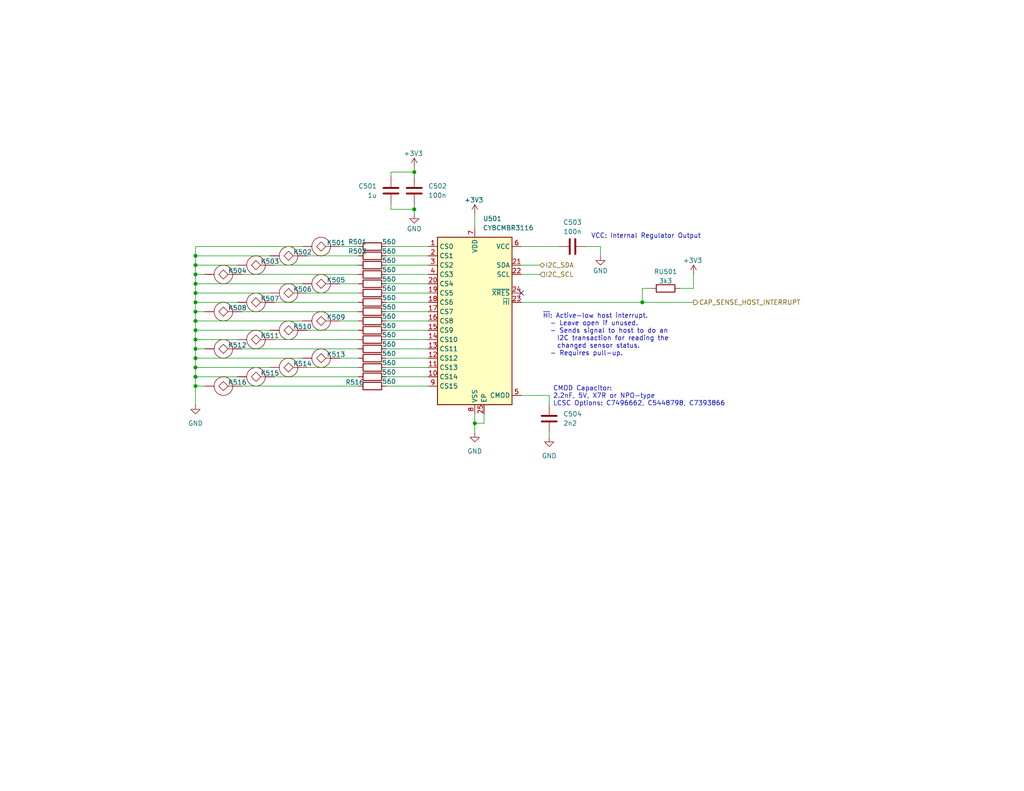
<source format=kicad_sch>
(kicad_sch (version 20231120) (generator "eeschema") (generator_version "8.0")
  (paper "USLetter")
  (lib_symbols
    (symbol "Device:C" (pin_numbers hide) (pin_names (offset 0.254))
      (property "Reference" "C" (at 0.635 2.54 0))
      (property "Value" "C" (at 0.635 -2.54 0))
      (symbol "C_0_1"
        (polyline (pts (xy -2.032 -0.762) (xy 2.032 -0.762)) (stroke (width 0.508)))
        (polyline (pts (xy -2.032 0.762) (xy 2.032 0.762)) (stroke (width 0.508)))
      )
      (symbol "C_1_1"
        (pin passive line (at 0 3.81 270) (length 2.794) (name "~") (number "1"))
        (pin passive line (at 0 -3.81 90) (length 2.794) (name "~") (number "2"))
      )
    )
    (symbol "Device:R" (pin_numbers hide) (pin_names (offset 0))
      (property "Reference" "R" (at 2.032 0 90))
      (property "Value" "R" (at 0 0 90))
      (symbol "R_0_1"
        (rectangle (start -1.016 -2.54) (end 1.016 2.54) (stroke (width 0.254)))
      )
      (symbol "R_1_1"
        (pin passive line (at 0 3.81 270) (length 1.27) (name "~") (number "1"))
        (pin passive line (at 0 -3.81 90) (length 1.27) (name "~") (number "2"))
      )
    )
    (symbol "Sensor_Touch:CY8CMBR3116"
      (property "Reference" "U" (at -10.16 24.13 0))
      (property "Value" "CY8CMBR3116" (at 1.27 24.13 0))
      (symbol "CY8CMBR3116_0_1"
        (rectangle (start -10.16 22.86) (end 10.16 -22.86) (stroke (width 0.254)) (fill (type background)))
      )
      (symbol "CY8CMBR3116_1_1"
        (pin passive line (at -12.7 20.32 0) (length 2.54) (name "CS0") (number "1"))
        (pin passive line (at -12.7 -15.24 0) (length 2.54) (name "CS14") (number "10"))
        (pin passive line (at -12.7 -12.7 0) (length 2.54) (name "CS13") (number "11"))
        (pin passive line (at -12.7 -10.16 0) (length 2.54) (name "CS12") (number "12"))
        (pin passive line (at -12.7 -7.62 0) (length 2.54) (name "CS11") (number "13"))
        (pin passive line (at -12.7 -5.08 0) (length 2.54) (name "CS10") (number "14"))
        (pin passive line (at -12.7 -2.54 0) (length 2.54) (name "CS9") (number "15"))
        (pin passive line (at -12.7 0 0) (length 2.54) (name "CS8") (number "16"))
        (pin passive line (at -12.7 2.54 0) (length 2.54) (name "CS7") (number "17"))
        (pin passive line (at -12.7 5.08 0) (length 2.54) (name "CS6") (number "18"))
        (pin passive line (at -12.7 7.62 0) (length 2.54) (name "CS5") (number "19"))
        (pin passive line (at -12.7 17.78 0) (length 2.54) (name "CS1") (number "2"))
        (pin passive line (at -12.7 10.16 0) (length 2.54) (name "CS4") (number "20"))
        (pin bidirectional line (at 12.7 15.24 180) (length 2.54) (name "SDA") (number "21"))
        (pin input line (at 12.7 12.7 180) (length 2.54) (name "SCL") (number "22"))
        (pin bidirectional line (at 12.7 5.08 180) (length 2.54) (name "~{HI}") (number "23"))
        (pin input line (at 12.7 7.62 180) (length 2.54) (name "~{XRES}") (number "24"))
        (pin passive line (at 2.54 -25.4 90) (length 2.54) (name "EP") (number "25"))
        (pin passive line (at -12.7 15.24 0) (length 2.54) (name "CS2") (number "3"))
        (pin passive line (at -12.7 12.7 0) (length 2.54) (name "CS3") (number "4"))
        (pin passive line (at 12.7 -20.32 180) (length 2.54) (name "CMOD") (number "5"))
        (pin passive line (at 12.7 20.32 180) (length 2.54) (name "VCC") (number "6"))
        (pin power_in line (at 0 25.4 270) (length 2.54) (name "VDD") (number "7"))
        (pin power_in line (at 0 -25.4 90) (length 2.54) (name "VSS") (number "8"))
        (pin passive line (at -12.7 -17.78 0) (length 2.54) (name "CS15") (number "9"))
      )
    )
    (symbol "SolidKey1_Symbols:TouchPointWithGround" (pin_numbers hide) (pin_names (offset 0.762) hide)
      (property "Reference" "K" (at -0.508 -1.524 0))
      (property "Value" "TouchPointWithShield" (at -6.35 5.08 0))
      (symbol "TouchPointWithGround_0_1"
        (circle (center -3.81 0) (radius 2.54))
        (polyline (pts (xy -1.27 0) (xy -2.54 0)))
        (polyline (pts (xy -2.54 0) (xy -3.81 -1.27) (xy -5.08 0) (xy -3.81 1.27) (xy -2.54 0)))
      )
      (symbol "TouchPointWithGround_1_1"
        (pin passive line (at 1.27 0 180) (length 2.54) (name "1") (number "1"))
        (pin passive line (at -8.89 0 0) (length 2.54) (name "GND") (number "2"))
      )
    )
    (symbol "power:+3V3" (power) (pin_numbers hide) (pin_names (offset 0) hide)
      (property "Value" "+3V3" (at 0 3.556 0))
      (symbol "+3V3_0_1"
        (polyline (pts (xy -0.762 1.27) (xy 0 2.54)))
        (polyline (pts (xy 0 0) (xy 0 2.54)))
        (polyline (pts (xy 0 2.54) (xy 0.762 1.27)))
      )
      (symbol "+3V3_1_1"
        (pin power_in line (at 0 0 90) (length 0) (name "~") (number "1"))
      )
    )
    (symbol "power:GND" (power) (pin_numbers hide) (pin_names (offset 0) hide)
      (property "Value" "GND" (at 0 -3.81 0))
      (symbol "GND_0_1"
        (polyline (pts (xy 0 0) (xy 0 -1.27) (xy 1.27 -1.27) (xy 0 -2.54) (xy -1.27 -1.27) (xy 0 -1.27)))
      )
      (symbol "GND_1_1"
        (pin power_in line (at 0 0 270) (length 0) (name "~") (number "1"))
      )
    )
  )
  (junction (at 53.34 77.47))
  (junction (at 53.34 90.17))
  (junction (at 53.34 82.55))
  (junction (at 53.34 105.41))
  (junction (at 175.26 82.55))
  (junction (at 53.34 72.39))
  (junction (at 53.34 100.33))
  (junction (at 129.54 115.57))
  (junction (at 53.34 74.93))
  (junction (at 53.34 92.71))
  (junction (at 53.34 102.87))
  (junction (at 53.34 69.85))
  (junction (at 53.34 85.09))
  (junction (at 53.34 97.79))
  (junction (at 53.34 80.01))
  (junction (at 113.03 57.15))
  (junction (at 53.34 95.25))
  (junction (at 113.03 46.99))
  (junction (at 53.34 87.63))
  (no_connect (at 142.24 80.01))
  (wire (pts (xy 53.34 105.41) (xy 55.88 105.41)))
  (wire (pts (xy 106.68 55.88) (xy 106.68 57.15)))
  (wire (pts (xy 113.03 45.72) (xy 113.03 46.99)))
  (wire (pts (xy 105.41 100.33) (xy 116.84 100.33)))
  (wire (pts (xy 53.34 72.39) (xy 64.77 72.39)))
  (wire (pts (xy 105.41 92.71) (xy 116.84 92.71)))
  (wire (pts (xy 53.34 102.87) (xy 64.77 102.87)))
  (wire (pts (xy 53.34 102.87) (xy 53.34 105.41)))
  (wire (pts (xy 53.34 92.71) (xy 53.34 95.25)))
  (wire (pts (xy 149.86 118.11) (xy 149.86 119.38)))
  (wire (pts (xy 66.04 74.93) (xy 97.79 74.93)))
  (wire (pts (xy 74.93 102.87) (xy 97.79 102.87)))
  (wire (pts (xy 53.34 90.17) (xy 53.34 92.71)))
  (wire (pts (xy 53.34 82.55) (xy 53.34 85.09)))
  (wire (pts (xy 66.04 95.25) (xy 97.79 95.25)))
  (wire (pts (xy 53.34 74.93) (xy 53.34 77.47)))
  (wire (pts (xy 53.34 87.63) (xy 53.34 90.17)))
  (wire (pts (xy 105.41 102.87) (xy 116.84 102.87)))
  (wire (pts (xy 66.04 105.41) (xy 97.79 105.41)))
  (wire (pts (xy 53.34 97.79) (xy 53.34 100.33)))
  (wire (pts (xy 105.41 67.31) (xy 116.84 67.31)))
  (wire (pts (xy 83.82 69.85) (xy 97.79 69.85)))
  (wire (pts (xy 105.41 69.85) (xy 116.84 69.85)))
  (wire (pts (xy 142.24 107.95) (xy 149.86 107.95)))
  (wire (pts (xy 132.08 115.57) (xy 129.54 115.57)))
  (wire (pts (xy 113.03 55.88) (xy 113.03 57.15)))
  (wire (pts (xy 105.41 77.47) (xy 116.84 77.47)))
  (wire (pts (xy 105.41 74.93) (xy 116.84 74.93)))
  (wire (pts (xy 129.54 58.42) (xy 129.54 62.23)))
  (wire (pts (xy 53.34 80.01) (xy 53.34 82.55)))
  (wire (pts (xy 53.34 72.39) (xy 53.34 74.93)))
  (wire (pts (xy 105.41 80.01) (xy 116.84 80.01)))
  (wire (pts (xy 53.34 92.71) (xy 64.77 92.71)))
  (wire (pts (xy 149.86 107.95) (xy 149.86 110.49)))
  (wire (pts (xy 83.82 100.33) (xy 97.79 100.33)))
  (wire (pts (xy 53.34 97.79) (xy 82.55 97.79)))
  (wire (pts (xy 92.71 87.63) (xy 97.79 87.63)))
  (wire (pts (xy 92.71 67.31) (xy 97.79 67.31)))
  (wire (pts (xy 105.41 90.17) (xy 116.84 90.17)))
  (wire (pts (xy 105.41 72.39) (xy 116.84 72.39)))
  (wire (pts (xy 92.71 77.47) (xy 97.79 77.47)))
  (wire (pts (xy 105.41 85.09) (xy 116.84 85.09)))
  (wire (pts (xy 106.68 46.99) (xy 113.03 46.99)))
  (wire (pts (xy 53.34 80.01) (xy 73.66 80.01)))
  (wire (pts (xy 83.82 90.17) (xy 97.79 90.17)))
  (wire (pts (xy 53.34 67.31) (xy 53.34 69.85)))
  (wire (pts (xy 53.34 85.09) (xy 55.88 85.09)))
  (wire (pts (xy 113.03 57.15) (xy 113.03 58.42)))
  (wire (pts (xy 175.26 78.74) (xy 175.26 82.55)))
  (wire (pts (xy 106.68 48.26) (xy 106.68 46.99)))
  (wire (pts (xy 53.34 95.25) (xy 55.88 95.25)))
  (wire (pts (xy 53.34 77.47) (xy 82.55 77.47)))
  (wire (pts (xy 105.41 95.25) (xy 116.84 95.25)))
  (wire (pts (xy 142.24 82.55) (xy 175.26 82.55)))
  (wire (pts (xy 129.54 115.57) (xy 129.54 118.11)))
  (wire (pts (xy 53.34 74.93) (xy 55.88 74.93)))
  (wire (pts (xy 129.54 113.03) (xy 129.54 115.57)))
  (wire (pts (xy 92.71 97.79) (xy 97.79 97.79)))
  (wire (pts (xy 53.34 100.33) (xy 53.34 102.87)))
  (wire (pts (xy 53.34 85.09) (xy 53.34 87.63)))
  (wire (pts (xy 53.34 77.47) (xy 53.34 80.01)))
  (wire (pts (xy 53.34 82.55) (xy 64.77 82.55)))
  (wire (pts (xy 53.34 87.63) (xy 82.55 87.63)))
  (wire (pts (xy 105.41 82.55) (xy 116.84 82.55)))
  (wire (pts (xy 74.93 82.55) (xy 97.79 82.55)))
  (wire (pts (xy 132.08 113.03) (xy 132.08 115.57)))
  (wire (pts (xy 142.24 67.31) (xy 152.4 67.31)))
  (wire (pts (xy 163.83 67.31) (xy 160.02 67.31)))
  (wire (pts (xy 105.41 97.79) (xy 116.84 97.79)))
  (wire (pts (xy 53.34 69.85) (xy 53.34 72.39)))
  (wire (pts (xy 175.26 82.55) (xy 189.23 82.55)))
  (wire (pts (xy 74.93 72.39) (xy 97.79 72.39)))
  (wire (pts (xy 105.41 105.41) (xy 116.84 105.41)))
  (wire (pts (xy 66.04 85.09) (xy 97.79 85.09)))
  (wire (pts (xy 83.82 80.01) (xy 97.79 80.01)))
  (wire (pts (xy 142.24 72.39) (xy 147.32 72.39)))
  (wire (pts (xy 105.41 87.63) (xy 116.84 87.63)))
  (wire (pts (xy 106.68 57.15) (xy 113.03 57.15)))
  (wire (pts (xy 53.34 100.33) (xy 73.66 100.33)))
  (wire (pts (xy 74.93 92.71) (xy 97.79 92.71)))
  (wire (pts (xy 189.23 78.74) (xy 189.23 74.93)))
  (wire (pts (xy 53.34 90.17) (xy 73.66 90.17)))
  (wire (pts (xy 53.34 69.85) (xy 73.66 69.85)))
  (wire (pts (xy 177.8 78.74) (xy 175.26 78.74)))
  (wire (pts (xy 53.34 105.41) (xy 53.34 110.49)))
  (wire (pts (xy 53.34 95.25) (xy 53.34 97.79)))
  (wire (pts (xy 163.83 69.85) (xy 163.83 67.31)))
  (wire (pts (xy 113.03 46.99) (xy 113.03 48.26)))
  (wire (pts (xy 53.34 67.31) (xy 82.55 67.31)))
  (wire (pts (xy 185.42 78.74) (xy 189.23 78.74)))
  (wire (pts (xy 142.24 74.93) (xy 147.32 74.93)))
  (text "CMOD Capacitor:\n2.2nF, 5V, X7R or NPO-type\nLCSC Options: C7496662, C5448798, C7393866" (at 150.876 108.204 0) (effects (font (size 1.27 1.27)) (justify left)))
  (text "~{HI}: Active-low host interrupt.\n  - Leave open if unused.\n  - Sends signal to host to do an\n    I2C transaction for reading the\n    changed sensor status.\n  - Requires pull-up." (at 148.082 85.598 0) (effects (font (size 1.27 1.27)) (justify left top)))
  (text "VCC: Internal Regulator Output" (at 176.276 64.516 0) (effects (font (size 1.27 1.27))))
  (hierarchical_label "I2C_SDA" (shape bidirectional) (at 147.32 72.39 0))
  (hierarchical_label "I2C_SCL" (shape input) (at 147.32 74.93 0))
  (hierarchical_label "CAP_SENSE_HOST_INTERRUPT" (shape output) (at 189.23 82.55 0))
  (symbol (lib_id "SolidKey1_Symbols:TouchPointWithGround") (at 64.77 105.41 0) (unit 1)
    (property "Reference" "K516" (at 64.77 104.394 0))
    (property "Value" "TouchPoint" (effects (hide yes)))
    (property "Footprint" "SolidKey1_Footprints:KeySwitch1_General" (effects (hide yes)))
    (property "Description" "keyboard key touch point" (effects (hide yes)))
    (instances (project "SolidKey-1-PCB" (path "" (reference "K516") (unit 1)) (path "" (reference "K316") (unit 1)) (path "" (reference "K416") (unit 1)) (path "" (reference "K616") (unit 1))))
  )
  (symbol (lib_id "Device:R") (at 101.6 97.79 90) (unit 1)
    (property "Reference" "R513" (effects (hide yes)))
    (property "Value" "560" (at 106.172 96.52 90))
    (property "Footprint" "Resistor_SMD:R_0402_1005Metric" (effects (hide yes)))
    (property "Description" "Resistor" (effects (hide yes)))
    (instances (project "SolidKey-1-PCB" (path "" (reference "R513") (unit 1)) (path "" (reference "R313") (unit 1)) (path "" (reference "R413") (unit 1)) (path "" (reference "R613") (unit 1))))
  )
  (symbol (lib_id "power:+3V3") (at 129.54 58.42 0) (unit 1)
    (property "Reference" "#PWR0503" (effects (hide yes)))
    (property "Value" "+3V3" (at 129.286 54.61 0))
    (property "Description" "Power symbol creates a global label with name \"+3V3\"" (effects (hide yes)))
    (instances (project "SolidKey-1-PCB" (path "" (reference "#PWR0503") (unit 1)) (path "" (reference "#PWR0303") (unit 1)) (path "" (reference "#PWR0403") (unit 1)) (path "" (reference "#PWR0603") (unit 1))))
  )
  (symbol (lib_id "Device:R") (at 101.6 67.31 90) (unit 1)
    (property "Reference" "R501" (at 97.536 66.04 90))
    (property "Value" "560" (at 106.172 66.04 90))
    (property "Footprint" "Resistor_SMD:R_0402_1005Metric" (effects (hide yes)))
    (property "Description" "Resistor" (effects (hide yes)))
    (instances (project "SolidKey-1-PCB" (path "" (reference "R501") (unit 1)) (path "" (reference "R301") (unit 1)) (path "" (reference "R401") (unit 1)) (path "" (reference "R601") (unit 1))))
  )
  (symbol (lib_id "SolidKey1_Symbols:TouchPointWithGround") (at 73.66 102.87 0) (unit 1)
    (property "Reference" "K515" (at 73.66 101.854 0))
    (property "Value" "TouchPoint" (effects (hide yes)))
    (property "Footprint" "SolidKey1_Footprints:KeySwitch1_General" (effects (hide yes)))
    (property "Description" "keyboard key touch point" (effects (hide yes)))
    (instances (project "SolidKey-1-PCB" (path "" (reference "K515") (unit 1)) (path "" (reference "K315") (unit 1)) (path "" (reference "K415") (unit 1)) (path "" (reference "K615") (unit 1))))
  )
  (symbol (lib_id "SolidKey1_Symbols:TouchPointWithGround") (at 82.55 80.01 0) (unit 1)
    (property "Reference" "K506" (at 82.55 78.994 0))
    (property "Value" "TouchPoint" (effects (hide yes)))
    (property "Footprint" "SolidKey1_Footprints:KeySwitch1_General" (effects (hide yes)))
    (property "Description" "keyboard key touch point" (effects (hide yes)))
    (instances (project "SolidKey-1-PCB" (path "" (reference "K506") (unit 1)) (path "" (reference "K306") (unit 1)) (path "" (reference "K406") (unit 1)) (path "" (reference "K606") (unit 1))))
  )
  (symbol (lib_id "Device:R") (at 101.6 105.41 90) (unit 1)
    (property "Reference" "R516" (at 96.774 104.394 90))
    (property "Value" "560" (at 106.172 104.14 90))
    (property "Footprint" "Resistor_SMD:R_0402_1005Metric" (effects (hide yes)))
    (property "Description" "Resistor" (effects (hide yes)))
    (instances (project "SolidKey-1-PCB" (path "" (reference "R516") (unit 1)) (path "" (reference "R316") (unit 1)) (path "" (reference "R416") (unit 1)) (path "" (reference "R616") (unit 1))))
  )
  (symbol (lib_id "SolidKey1_Symbols:TouchPointWithGround") (at 64.77 74.93 0) (unit 1)
    (property "Reference" "K504" (at 64.77 73.914 0))
    (property "Value" "TouchPoint" (effects (hide yes)))
    (property "Footprint" "SolidKey1_Footprints:KeySwitch1_General" (effects (hide yes)))
    (property "Description" "keyboard key touch point" (effects (hide yes)))
    (instances (project "SolidKey-1-PCB" (path "" (reference "K504") (unit 1)) (path "" (reference "K304") (unit 1)) (path "" (reference "K404") (unit 1)) (path "" (reference "K604") (unit 1))))
  )
  (symbol (lib_id "Device:R") (at 101.6 92.71 90) (unit 1)
    (property "Reference" "R511" (effects (hide yes)))
    (property "Value" "560" (at 106.172 91.44 90))
    (property "Footprint" "Resistor_SMD:R_0402_1005Metric" (effects (hide yes)))
    (property "Description" "Resistor" (effects (hide yes)))
    (instances (project "SolidKey-1-PCB" (path "" (reference "R511") (unit 1)) (path "" (reference "R311") (unit 1)) (path "" (reference "R411") (unit 1)) (path "" (reference "R611") (unit 1))))
  )
  (symbol (lib_id "Device:R") (at 101.6 85.09 90) (unit 1)
    (property "Reference" "R508" (effects (hide yes)))
    (property "Value" "560" (at 106.172 83.82 90))
    (property "Footprint" "Resistor_SMD:R_0402_1005Metric" (effects (hide yes)))
    (property "Description" "Resistor" (effects (hide yes)))
    (instances (project "SolidKey-1-PCB" (path "" (reference "R508") (unit 1)) (path "" (reference "R308") (unit 1)) (path "" (reference "R408") (unit 1)) (path "" (reference "R608") (unit 1))))
  )
  (symbol (lib_id "Device:R") (at 101.6 69.85 90) (unit 1)
    (property "Reference" "R502" (at 97.536 68.58 90))
    (property "Value" "560" (at 106.172 68.58 90))
    (property "Footprint" "Resistor_SMD:R_0402_1005Metric" (effects (hide yes)))
    (property "Description" "Resistor" (effects (hide yes)))
    (instances (project "SolidKey-1-PCB" (path "" (reference "R502") (unit 1)) (path "" (reference "R302") (unit 1)) (path "" (reference "R402") (unit 1)) (path "" (reference "R602") (unit 1))))
  )
  (symbol (lib_id "power:+3V3") (at 189.23 74.93 0) (unit 1)
    (property "Reference" "#PWR0505" (effects (hide yes)))
    (property "Value" "+3V3" (at 188.976 71.12 0))
    (property "Description" "Power symbol creates a global label with name \"+3V3\"" (effects (hide yes)))
    (instances (project "SolidKey-1-PCB" (path "" (reference "#PWR0505") (unit 1)) (path "" (reference "#PWR0305") (unit 1)) (path "" (reference "#PWR0405") (unit 1)) (path "" (reference "#PWR0605") (unit 1))))
  )
  (symbol (lib_id "Device:R") (at 101.6 100.33 90) (unit 1)
    (property "Reference" "R514" (effects (hide yes)))
    (property "Value" "560" (at 106.172 99.06 90))
    (property "Footprint" "Resistor_SMD:R_0402_1005Metric" (effects (hide yes)))
    (property "Description" "Resistor" (effects (hide yes)))
    (instances (project "SolidKey-1-PCB" (path "" (reference "R514") (unit 1)) (path "" (reference "R314") (unit 1)) (path "" (reference "R414") (unit 1)) (path "" (reference "R614") (unit 1))))
  )
  (symbol (lib_id "power:GND") (at 163.83 69.85 0) (unit 1)
    (property "Reference" "#PWR0504" (effects (hide yes)))
    (property "Value" "GND" (at 163.83 73.914 0))
    (property "Description" "Power symbol creates a global label with name \"GND\" , ground" (effects (hide yes)))
    (instances (project "SolidKey-1-PCB" (path "" (reference "#PWR0504") (unit 1)) (path "" (reference "#PWR0304") (unit 1)) (path "" (reference "#PWR0404") (unit 1)) (path "" (reference "#PWR0604") (unit 1))))
  )
  (symbol (lib_id "Device:R") (at 101.6 72.39 90) (unit 1)
    (property "Reference" "R503" (effects (hide yes)))
    (property "Value" "560" (at 106.172 71.12 90))
    (property "Footprint" "Resistor_SMD:R_0402_1005Metric" (effects (hide yes)))
    (property "Description" "Resistor" (effects (hide yes)))
    (instances (project "SolidKey-1-PCB" (path "" (reference "R503") (unit 1)) (path "" (reference "R303") (unit 1)) (path "" (reference "R403") (unit 1)) (path "" (reference "R603") (unit 1))))
  )
  (symbol (lib_id "power:GND") (at 53.34 110.49 0) (unit 1)
    (property "Reference" "#PWR0506" (effects (hide yes)))
    (property "Value" "GND" (at 53.34 115.57 0))
    (property "Description" "Power symbol creates a global label with name \"GND\" , ground" (effects (hide yes)))
    (instances (project "SolidKey-1-PCB" (path "" (reference "#PWR0506") (unit 1)) (path "" (reference "#PWR0306") (unit 1)) (path "" (reference "#PWR0406") (unit 1)) (path "" (reference "#PWR0606") (unit 1))))
  )
  (symbol (lib_id "SolidKey1_Symbols:TouchPointWithGround") (at 64.77 85.09 0) (unit 1)
    (property "Reference" "K508" (at 64.77 84.074 0))
    (property "Value" "TouchPoint" (effects (hide yes)))
    (property "Footprint" "SolidKey1_Footprints:KeySwitch1_General" (effects (hide yes)))
    (property "Description" "keyboard key touch point" (effects (hide yes)))
    (instances (project "SolidKey-1-PCB" (path "" (reference "K508") (unit 1)) (path "" (reference "K308") (unit 1)) (path "" (reference "K408") (unit 1)) (path "" (reference "K608") (unit 1))))
  )
  (symbol (lib_id "SolidKey1_Symbols:TouchPointWithGround") (at 64.77 95.25 0) (unit 1)
    (property "Reference" "K512" (at 64.77 94.234 0))
    (property "Value" "TouchPoint" (effects (hide yes)))
    (property "Footprint" "SolidKey1_Footprints:KeySwitch1_General" (effects (hide yes)))
    (property "Description" "keyboard key touch point" (effects (hide yes)))
    (instances (project "SolidKey-1-PCB" (path "" (reference "K512") (unit 1)) (path "" (reference "K312") (unit 1)) (path "" (reference "K412") (unit 1)) (path "" (reference "K612") (unit 1))))
  )
  (symbol (lib_id "Device:C") (at 106.68 52.07 0) (mirror y) (unit 1)
    (property "Reference" "C501" (at 102.87 50.7999 0) (effects (justify left)))
    (property "Value" "1u" (at 102.87 53.3399 0) (effects (justify left)))
    (property "Footprint" "Capacitor_SMD:C_0402_1005Metric" (effects (hide yes)))
    (property "Description" "Unpolarized capacitor" (effects (hide yes)))
    (instances (project "SolidKey-1-PCB" (path "" (reference "C501") (unit 1)) (path "" (reference "C301") (unit 1)) (path "" (reference "C401") (unit 1)) (path "" (reference "C601") (unit 1))))
  )
  (symbol (lib_id "Device:R") (at 101.6 90.17 90) (unit 1)
    (property "Reference" "R510" (effects (hide yes)))
    (property "Value" "560" (at 106.172 88.9 90))
    (property "Footprint" "Resistor_SMD:R_0402_1005Metric" (effects (hide yes)))
    (property "Description" "Resistor" (effects (hide yes)))
    (instances (project "SolidKey-1-PCB" (path "" (reference "R510") (unit 1)) (path "" (reference "R310") (unit 1)) (path "" (reference "R410") (unit 1)) (path "" (reference "R610") (unit 1))))
  )
  (symbol (lib_id "Device:R") (at 101.6 80.01 90) (unit 1)
    (property "Reference" "R506" (effects (hide yes)))
    (property "Value" "560" (at 106.172 78.74 90))
    (property "Footprint" "Resistor_SMD:R_0402_1005Metric" (effects (hide yes)))
    (property "Description" "Resistor" (effects (hide yes)))
    (instances (project "SolidKey-1-PCB" (path "" (reference "R506") (unit 1)) (path "" (reference "R306") (unit 1)) (path "" (reference "R406") (unit 1)) (path "" (reference "R606") (unit 1))))
  )
  (symbol (lib_id "power:GND") (at 113.03 58.42 0) (unit 1)
    (property "Reference" "#PWR0502" (effects (hide yes)))
    (property "Value" "GND" (at 113.03 62.484 0))
    (property "Description" "Power symbol creates a global label with name \"GND\" , ground" (effects (hide yes)))
    (instances (project "SolidKey-1-PCB" (path "" (reference "#PWR0502") (unit 1)) (path "" (reference "#PWR0302") (unit 1)) (path "" (reference "#PWR0402") (unit 1)) (path "" (reference "#PWR0602") (unit 1))))
  )
  (symbol (lib_id "Device:C") (at 156.21 67.31 90) (unit 1)
    (property "Reference" "C503" (at 156.21 60.706 90))
    (property "Value" "100n" (at 156.21 63.246 90))
    (property "Footprint" "Capacitor_SMD:C_0402_1005Metric" (effects (hide yes)))
    (property "Description" "Unpolarized capacitor" (effects (hide yes)))
    (instances (project "SolidKey-1-PCB" (path "" (reference "C503") (unit 1)) (path "" (reference "C303") (unit 1)) (path "" (reference "C403") (unit 1)) (path "" (reference "C603") (unit 1))))
  )
  (symbol (lib_id "SolidKey1_Symbols:TouchPointWithGround") (at 82.55 100.33 0) (unit 1)
    (property "Reference" "K514" (at 82.55 99.314 0))
    (property "Value" "TouchPoint" (effects (hide yes)))
    (property "Footprint" "SolidKey1_Footprints:KeySwitch1_General" (effects (hide yes)))
    (property "Description" "keyboard key touch point" (effects (hide yes)))
    (instances (project "SolidKey-1-PCB" (path "" (reference "K514") (unit 1)) (path "" (reference "K314") (unit 1)) (path "" (reference "K414") (unit 1)) (path "" (reference "K614") (unit 1))))
  )
  (symbol (lib_id "power:GND") (at 129.54 118.11 0) (unit 1)
    (property "Reference" "#PWR0507" (effects (hide yes)))
    (property "Value" "GND" (at 129.54 123.19 0))
    (property "Description" "Power symbol creates a global label with name \"GND\" , ground" (effects (hide yes)))
    (instances (project "SolidKey-1-PCB" (path "" (reference "#PWR0507") (unit 1)) (path "" (reference "#PWR0307") (unit 1)) (path "" (reference "#PWR0407") (unit 1)) (path "" (reference "#PWR0607") (unit 1))))
  )
  (symbol (lib_id "power:GND") (at 149.86 119.38 0) (unit 1)
    (property "Reference" "#PWR0508" (effects (hide yes)))
    (property "Value" "GND" (at 149.86 124.46 0))
    (property "Description" "Power symbol creates a global label with name \"GND\" , ground" (effects (hide yes)))
    (instances (project "SolidKey-1-PCB" (path "" (reference "#PWR0508") (unit 1)) (path "" (reference "#PWR0308") (unit 1)) (path "" (reference "#PWR0408") (unit 1)) (path "" (reference "#PWR0608") (unit 1))))
  )
  (symbol (lib_id "Device:R") (at 181.61 78.74 90) (unit 1)
    (property "Reference" "RU501" (at 181.61 74.168 90))
    (property "Value" "3k3" (at 181.61 76.708 90))
    (property "Footprint" "Resistor_SMD:R_0402_1005Metric" (effects (hide yes)))
    (property "Description" "Resistor" (effects (hide yes)))
    (instances (project "" (path "" (reference "RU501") (unit 1)) (path "" (reference "RU301") (unit 1)) (path "" (reference "RU401") (unit 1)) (path "" (reference "RU601") (unit 1))))
  )
  (symbol (lib_id "Device:R") (at 101.6 74.93 90) (unit 1)
    (property "Reference" "R504" (effects (hide yes)))
    (property "Value" "560" (at 106.172 73.66 90))
    (property "Footprint" "Resistor_SMD:R_0402_1005Metric" (effects (hide yes)))
    (property "Description" "Resistor" (effects (hide yes)))
    (instances (project "SolidKey-1-PCB" (path "" (reference "R504") (unit 1)) (path "" (reference "R304") (unit 1)) (path "" (reference "R404") (unit 1)) (path "" (reference "R604") (unit 1))))
  )
  (symbol (lib_id "SolidKey1_Symbols:TouchPointWithGround") (at 91.44 77.47 0) (unit 1)
    (property "Reference" "K505" (at 91.694 76.454 0))
    (property "Value" "TouchPoint" (effects (hide yes)))
    (property "Footprint" "SolidKey1_Footprints:KeySwitch1_General" (effects (hide yes)))
    (property "Description" "keyboard key touch point" (effects (hide yes)))
    (instances (project "SolidKey-1-PCB" (path "" (reference "K505") (unit 1)) (path "" (reference "K305") (unit 1)) (path "" (reference "K405") (unit 1)) (path "" (reference "K605") (unit 1))))
  )
  (symbol (lib_id "SolidKey1_Symbols:TouchPointWithGround") (at 91.44 67.31 0) (unit 1)
    (property "Reference" "K501" (at 91.694 66.294 0))
    (property "Value" "TouchPoint" (effects (hide yes)))
    (property "Footprint" "SolidKey1_Footprints:KeySwitch1_General" (effects (hide yes)))
    (property "Description" "keyboard key touch point" (effects (hide yes)))
    (instances (project "SolidKey-1-PCB" (path "" (reference "K501") (unit 1)) (path "" (reference "K301") (unit 1)) (path "" (reference "K401") (unit 1)) (path "" (reference "K601") (unit 1))))
  )
  (symbol (lib_id "Device:R") (at 101.6 102.87 90) (unit 1)
    (property "Reference" "R515" (effects (hide yes)))
    (property "Value" "560" (at 106.172 101.6 90))
    (property "Footprint" "Resistor_SMD:R_0402_1005Metric" (effects (hide yes)))
    (property "Description" "Resistor" (effects (hide yes)))
    (instances (project "SolidKey-1-PCB" (path "" (reference "R515") (unit 1)) (path "" (reference "R315") (unit 1)) (path "" (reference "R415") (unit 1)) (path "" (reference "R615") (unit 1))))
  )
  (symbol (lib_id "Device:R") (at 101.6 77.47 90) (unit 1)
    (property "Reference" "R505" (effects (hide yes)))
    (property "Value" "560" (at 106.172 76.2 90))
    (property "Footprint" "Resistor_SMD:R_0402_1005Metric" (effects (hide yes)))
    (property "Description" "Resistor" (effects (hide yes)))
    (instances (project "SolidKey-1-PCB" (path "" (reference "R505") (unit 1)) (path "" (reference "R305") (unit 1)) (path "" (reference "R405") (unit 1)) (path "" (reference "R605") (unit 1))))
  )
  (symbol (lib_id "power:+3V3") (at 113.03 45.72 0) (unit 1)
    (property "Reference" "#PWR0501" (effects (hide yes)))
    (property "Value" "+3V3" (at 112.776 41.91 0))
    (property "Description" "Power symbol creates a global label with name \"+3V3\"" (effects (hide yes)))
    (instances (project "SolidKey-1-PCB" (path "" (reference "#PWR0501") (unit 1)) (path "" (reference "#PWR0301") (unit 1)) (path "" (reference "#PWR0401") (unit 1)) (path "" (reference "#PWR0601") (unit 1))))
  )
  (symbol (lib_id "SolidKey1_Symbols:TouchPointWithGround") (at 73.66 82.55 0) (unit 1)
    (property "Reference" "K507" (at 73.66 81.534 0))
    (property "Value" "TouchPoint" (effects (hide yes)))
    (property "Footprint" "SolidKey1_Footprints:KeySwitch1_General" (effects (hide yes)))
    (property "Description" "keyboard key touch point" (effects (hide yes)))
    (instances (project "SolidKey-1-PCB" (path "" (reference "K507") (unit 1)) (path "" (reference "K307") (unit 1)) (path "" (reference "K407") (unit 1)) (path "" (reference "K607") (unit 1))))
  )
  (symbol (lib_id "SolidKey1_Symbols:TouchPointWithGround") (at 91.44 87.63 0) (unit 1)
    (property "Reference" "K509" (at 91.694 86.614 0))
    (property "Value" "TouchPoint" (effects (hide yes)))
    (property "Footprint" "SolidKey1_Footprints:KeySwitch1_Index" (effects (hide yes)))
    (property "Description" "keyboard key touch point" (effects (hide yes)))
    (instances (project "SolidKey-1-PCB" (path "" (reference "K509") (unit 1)) (path "" (reference "K309") (unit 1)) (path "" (reference "K409") (unit 1)) (path "" (reference "K609") (unit 1))))
  )
  (symbol (lib_id "Sensor_Touch:CY8CMBR3116") (at 129.54 87.63 0) (unit 1)
    (property "Reference" "U501" (at 131.7341 59.69 0) (effects (justify left)))
    (property "Value" "CY8CMBR3116" (at 131.7341 62.23 0) (effects (justify left)))
    (property "Footprint" "Package_DFN_QFN:QFN-24-1EP_4x4mm_P0.5mm_EP2.6x2.6mm" (effects (hide yes)))
    (property "Datasheet" "http://www.cypress.com/?docID=49119" (effects (hide yes)))
    (property "Description" "CapSense Controller, 16 Sensors, QFN-24+EP" (effects (hide yes)))
    (instances (project "SolidKey-1-PCB" (path "" (reference "U501") (unit 1)) (path "" (reference "U301") (unit 1)) (path "" (reference "U401") (unit 1)) (path "" (reference "U601") (unit 1))))
  )
  (symbol (lib_id "SolidKey1_Symbols:TouchPointWithGround") (at 73.66 72.39 0) (unit 1)
    (property "Reference" "K503" (at 73.66 71.374 0))
    (property "Value" "TouchPoint" (effects (hide yes)))
    (property "Footprint" "SolidKey1_Footprints:KeySwitch1_General" (effects (hide yes)))
    (property "Description" "keyboard key touch point" (effects (hide yes)))
    (instances (project "SolidKey-1-PCB" (path "" (reference "K503") (unit 1)) (path "" (reference "K303") (unit 1)) (path "" (reference "K403") (unit 1)) (path "" (reference "K603") (unit 1))))
  )
  (symbol (lib_id "SolidKey1_Symbols:TouchPointWithGround") (at 82.55 90.17 0) (unit 1)
    (property "Reference" "K510" (at 82.55 89.154 0))
    (property "Value" "TouchPoint" (effects (hide yes)))
    (property "Footprint" "SolidKey1_Footprints:KeySwitch1_General" (effects (hide yes)))
    (property "Description" "keyboard key touch point" (effects (hide yes)))
    (instances (project "SolidKey-1-PCB" (path "" (reference "K510") (unit 1)) (path "" (reference "K310") (unit 1)) (path "" (reference "K410") (unit 1)) (path "" (reference "K610") (unit 1))))
  )
  (symbol (lib_id "Device:R") (at 101.6 82.55 90) (unit 1)
    (property "Reference" "R507" (effects (hide yes)))
    (property "Value" "560" (at 106.172 81.28 90))
    (property "Footprint" "Resistor_SMD:R_0402_1005Metric" (effects (hide yes)))
    (property "Description" "Resistor" (effects (hide yes)))
    (instances (project "SolidKey-1-PCB" (path "" (reference "R507") (unit 1)) (path "" (reference "R307") (unit 1)) (path "" (reference "R407") (unit 1)) (path "" (reference "R607") (unit 1))))
  )
  (symbol (lib_id "Device:C") (at 149.86 114.3 0) (unit 1)
    (property "Reference" "C504" (at 153.67 113.0299 0) (effects (justify left)))
    (property "Value" "2n2" (at 153.67 115.5699 0) (effects (justify left)))
    (property "Footprint" "Capacitor_SMD:C_0402_1005Metric" (effects (hide yes)))
    (property "Description" "Unpolarized capacitor" (effects (hide yes)))
    (property "LCSC" "C7393866" (effects (hide yes)))
    (instances (project "SolidKey-1-PCB" (path "" (reference "C504") (unit 1)) (path "" (reference "C304") (unit 1)) (path "" (reference "C404") (unit 1)) (path "" (reference "C604") (unit 1))))
  )
  (symbol (lib_id "Device:R") (at 101.6 95.25 90) (unit 1)
    (property "Reference" "R512" (effects (hide yes)))
    (property "Value" "560" (at 106.172 93.98 90))
    (property "Footprint" "Resistor_SMD:R_0402_1005Metric" (effects (hide yes)))
    (property "Description" "Resistor" (effects (hide yes)))
    (instances (project "SolidKey-1-PCB" (path "" (reference "R512") (unit 1)) (path "" (reference "R312") (unit 1)) (path "" (reference "R412") (unit 1)) (path "" (reference "R612") (unit 1))))
  )
  (symbol (lib_id "SolidKey1_Symbols:TouchPointWithGround") (at 91.44 97.79 0) (unit 1)
    (property "Reference" "K513" (at 91.694 96.774 0))
    (property "Value" "TouchPoint" (effects (hide yes)))
    (property "Footprint" "SolidKey1_Footprints:KeySwitch1_Index" (effects (hide yes)))
    (property "Description" "keyboard key touch point" (effects (hide yes)))
    (instances (project "SolidKey-1-PCB" (path "" (reference "K513") (unit 1)) (path "" (reference "K313") (unit 1)) (path "" (reference "K413") (unit 1)) (path "" (reference "K613") (unit 1))))
  )
  (symbol (lib_id "SolidKey1_Symbols:TouchPointWithGround") (at 73.66 92.71 0) (unit 1)
    (property "Reference" "K511" (at 73.66 91.694 0))
    (property "Value" "TouchPoint" (effects (hide yes)))
    (property "Footprint" "SolidKey1_Footprints:KeySwitch1_General" (effects (hide yes)))
    (property "Description" "keyboard key touch point" (effects (hide yes)))
    (instances (project "SolidKey-1-PCB" (path "" (reference "K511") (unit 1)) (path "" (reference "K311") (unit 1)) (path "" (reference "K411") (unit 1)) (path "" (reference "K611") (unit 1))))
  )
  (symbol (lib_id "SolidKey1_Symbols:TouchPointWithGround") (at 82.55 69.85 0) (unit 1)
    (property "Reference" "K502" (at 82.55 68.834 0))
    (property "Value" "TouchPoint" (effects (hide yes)))
    (property "Footprint" "SolidKey1_Footprints:KeySwitch1_General" (effects (hide yes)))
    (property "Description" "keyboard key touch point" (effects (hide yes)))
    (instances (project "SolidKey-1-PCB" (path "" (reference "K502") (unit 1)) (path "" (reference "K302") (unit 1)) (path "" (reference "K402") (unit 1)) (path "" (reference "K602") (unit 1))))
  )
  (symbol (lib_id "Device:C") (at 113.03 52.07 0) (unit 1)
    (property "Reference" "C502" (at 116.84 50.7999 0) (effects (justify left)))
    (property "Value" "100n" (at 116.84 53.3399 0) (effects (justify left)))
    (property "Footprint" "Capacitor_SMD:C_0402_1005Metric" (effects (hide yes)))
    (property "Description" "Unpolarized capacitor" (effects (hide yes)))
    (instances (project "SolidKey-1-PCB" (path "" (reference "C502") (unit 1)) (path "" (reference "C302") (unit 1)) (path "" (reference "C402") (unit 1)) (path "" (reference "C602") (unit 1))))
  )
  (symbol (lib_id "Device:R") (at 101.6 87.63 90) (unit 1)
    (property "Reference" "R509" (effects (hide yes)))
    (property "Value" "560" (at 106.172 86.36 90))
    (property "Footprint" "Resistor_SMD:R_0402_1005Metric" (effects (hide yes)))
    (property "Description" "Resistor" (effects (hide yes)))
    (instances (project "SolidKey-1-PCB" (path "" (reference "R509") (unit 1)) (path "" (reference "R309") (unit 1)) (path "" (reference "R409") (unit 1)) (path "" (reference "R609") (unit 1))))
  )
)
</source>
